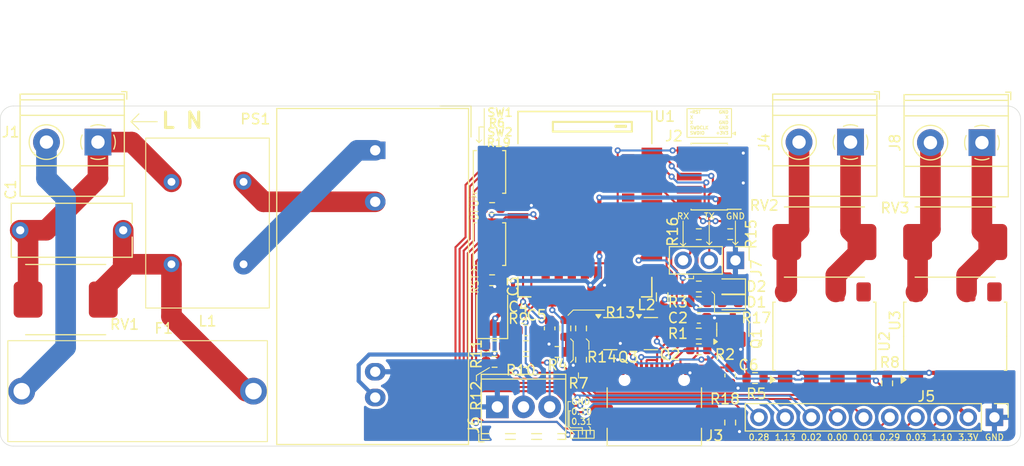
<source format=kicad_pcb>
(kicad_pcb (version 20240108) (generator "pcbnew") (generator_version "8.0")
  (title_block (title "ZigShutter") (date "2024-05-19") (company "Nicola Corna <nicola@corna.info>") (comment 1 "Licensed under CERN-OHL-S v2 or any later version"))
  (layers (0 "F.Cu" signal) (31 "B.Cu" signal) (34 "B.Paste" user) (35 "F.Paste" user) (36 "B.SilkS" user "B.Silkscreen") (37 "F.SilkS" user "F.Silkscreen") (38 "B.Mask" user) (39 "F.Mask" user) (44 "Edge.Cuts" user))
  (net 0 "")
  (net 1 "VBUS")
  (net 2 "GND")
  (net 3 "+3V3")
  (net 4 "IN1")
  (net 5 "IN2")
  (net 6 "Net-(J6-Pin_3)")
  (net 7 "Net-(J6-Pin_2)")
  (net 8 "Net-(J8-Pin_1)")
  (net 9 "Net-(J8-Pin_2)")
  (net 10 "SWDIO")
  (net 12 "SWDCLK")
  (net 14 "~RESET")
  (net 17 "D-")
  (net 18 "D+")
  (net 20 "Net-(J3-CC2)")
  (net 21 "Net-(J3-CC1)")
  (net 22 "Net-(J4-Pin_2)")
  (net 23 "Net-(J4-Pin_1)")
  (net 24 "Net-(Q1-D)")
  (net 25 "GPIO7")
  (net 26 "GPIO2")
  (net 27 "Net-(Q2-D)")
  (net 28 "Net-(U1-DCCH)")
  (net 29 "Net-(R5-Pad2)")
  (net 30 "Net-(R8-Pad2)")
  (net 31 "OUT1")
  (net 32 "OUT2")
  (net 33 "GPIO1")
  (net 34 "GPIO0")
  (net 35 "GPIO3")
  (net 37 "GPIO4")
  (net 45 "GPIO5")
  (net 50 "GPIO6")
  (net 54 "/Output1/OUT")
  (net 55 "/Output2/OUT")
  (net 58 "Net-(J1-Pin_1)")
  (net 59 "Net-(C1-Pad1)")
  (net 60 "Net-(J1-Pin_2)")
  (net 61 "Net-(PS1-AC{slash}N)")
  (net 62 "Net-(PS1-AC{slash}L)")
  (net 63 "Net-(R6-Pad1)")
  (net 64 "SW1")
  (net 65 "Net-(D1-A)")
  (net 66 "Net-(J7-Pin_3)")
  (net 67 "Net-(J7-Pin_2)")
  (net 68 "TX")
  (net 69 "RX")
  (net 70 "LED1")
  (net 71 "LED2")
  (net 72 "Net-(D2-A)")
  (net 73 "Net-(J3-SHIELD)")
  (net 74 "Net-(R19-Pad1)")
  (footprint "Resistor_SMD:R_0603_1608Metric" (layer "F.Cu") (at 145.542 65.786)
    (property "Reference" "R4")
    (property "Value" "10k")
  )
  (footprint "LED_SMD:LED_0603_1608Metric" (layer "F.Cu") (at 162.306 59.436 180)
    (property "Reference" "D2")
    (property "Value" "LED")
  )
  (footprint "Button_Switch_SMD:SW_Push_SPST_NO_Alps_SKRK" (layer "F.Cu") (at 138.938 48.3108 -90)
    (property "Reference" "SW1")
    (property "Value" "SW_Push")
  )
  (footprint "Resistor_SMD:R_0603_1608Metric" (layer "F.Cu") (at 162.306 54.356 180)
    (property "Reference" "R15")
    (property "Value" "270")
  )
  (footprint "local_footprints:RV_3225" (layer "F.Cu") (at 97.79 60.706)
    (property "Reference" "RV1")
    (property "Value" "431")
  )
  (footprint "Resistor_SMD:R_0603_1608Metric" (layer "F.Cu") (at 159.258 59.436)
    (property "Reference" "R17")
    (property "Value" "270")
  )
  (footprint "Connector_PinHeader_1.27mm:PinHeader_2x05_P1.27mm_Vertical_SMD" (layer "F.Cu") (at 160.274 48.768 180)
    (property "Reference" "J2")
    (property "Value" "CONN_SWD")
  )
  (footprint "Resistor_SMD:R_0603_1608Metric" (layer "F.Cu") (at 147.828 66.548 90)
    (property "Reference" "R7")
    (property "Value" "10k")
  )
  (footprint "Capacitor_THT:C_Rect_L11.5mm_W5.0mm_P10.00mm_MKT" (layer "F.Cu") (at 103.378 53.975 180)
    (property "Reference" "C1")
    (property "Value" "100n")
  )
  (footprint "Resistor_SMD:R_0603_1608Metric" (layer "F.Cu") (at 139.433 65.2272 180)
    (property "Reference" "R11")
    (property "Value" "220k")
  )
  (footprint "TerminalBlock_Phoenix:TerminalBlock_Phoenix_MPT-0,5-3-2.54_1x03_P2.54mm_Horizontal" (layer "F.Cu") (at 139.7 71.12)
    (property "Reference" "J6")
    (property "Value" "CONN_IN")
  )
  (footprint "Resistor_SMD:R_0603_1608Metric" (layer "F.Cu") (at 147.828 63.5 -90)
    (property "Reference" "R14")
    (property "Value" "1k")
  )
  (footprint "Resistor_SMD:R_0603_1608Metric" (layer "F.Cu") (at 159.258 60.96)
    (property "Reference" "R3")
    (property "Value" "270")
  )
  (footprint "Connector_PinHeader_2.54mm:PinHeader_1x03_P2.54mm_Vertical" (layer "F.Cu") (at 162.814 56.896 -90)
    (property "Reference" "J7")
    (property "Value" "CONN_UART")
  )
  (footprint "TerminalBlock_Phoenix:TerminalBlock_Phoenix_MKDS-1,5-2_1x02_P5.00mm_Horizontal" (layer "F.Cu") (at 100.925 45.415 180)
    (property "Reference" "J1")
    (property "Value" "AC_IN")
  )
  (footprint "Resistor_SMD:R_0603_1608Metric" (layer "F.Cu") (at 142.481 65.2272)
    (property "Reference" "R9")
    (property "Value" "220k")
  )
  (footprint "Resistor_SMD:R_0603_1608Metric" (layer "F.Cu") (at 139.433 66.7512 180)
    (property "Reference" "R12")
    (property "Value" "220k")
  )
  (footprint "Package_SO:SSO-7-8_6.4x9.78mm_P2.54mm" (layer "F.Cu") (at 171.45 64.262 90)
    (property "Reference" "U2")
    (property "Value" "AQH3223A")
  )
  (footprint "Resistor_SMD:R_0603_1608Metric" (layer "F.Cu") (at 162.306 72.644 -90)
    (property "Reference" "R18")
    (property "Value" "220k")
  )
  (footprint "Resistor_SMD:R_0603_1608Metric" (layer "F.Cu") (at 177.546 68.834 90)
    (property "Reference" "R8")
    (property "Value" "100")
  )
  (footprint "Capacitor_SMD:C_0603_1608Metric" (layer "F.Cu") (at 159.258 62.484)
    (property "Reference" "C2")
    (property "Value" "4u7")
  )
  (footprint "Resistor_SMD:R_0603_1608Metric" (layer "F.Cu") (at 164.719 68.326)
    (property "Reference" "R5")
    (property "Value" "100")
  )
  (footprint "Capacitor_SMD:C_0603_1608Metric" (layer "F.Cu") (at 142.481 63.7032)
    (property "Reference" "C4")
    (property "Value" "100n")
  )
  (footprint "TerminalBlock_Phoenix:TerminalBlock_Phoenix_MKDS-1,5-2_1x02_P5.00mm_Horizontal" (layer "F.Cu") (at 186.745 45.466 180)
    (property "Reference" "J8")
    (property "Value" "CONN_OUT")
  )
  (footprint "local_footprints:RV_3225" (layer "F.Cu") (at 184.15 55.118 180)
    (property "Reference" "RV3")
    (property "Value" "431")
  )
  (footprint "Capacitor_SMD:C_0603_1608Metric" (layer "F.Cu") (at 162.306 68.072 -90)
    (property "Reference" "C6")
    (property "Value" "100n")
  )
  (footprint "Resistor_SMD:R_0603_1608Metric" (layer "F.Cu") (at 159.258 54.356 180)
    (property "Reference" "R16")
    (property "Value" "270")
  )
  (footprint "TerminalBlock_Phoenix:TerminalBlock_Phoenix_MKDS-1,5-2_1x02_P5.00mm_Horizontal" (layer "F.Cu") (at 173.99 45.415 180)
    (property "Reference" "J4")
    (property "Value" "CONN_OUT")
  )
  (footprint "Connector_PinHeader_2.54mm:PinHeader_1x10_P2.54mm_Vertical" (layer "F.Cu") (at 187.96 72.136 -90)
    (property "Reference" "J5")
    (property "Value" "CONN_GPIO")
  )
  (footprint "local_footprints:XFCN_PTF-77" (layer "F.Cu") (at 104.775 69.596 180)
    (property "Reference" "F1")
    (property "Value" "1A")
  )
  (footprint "Resistor_SMD:R_0603_1608Metric" (layer "F.Cu") (at 159.258 64.008 180)
    (property "Reference" "R1")
    (property "Value" "5k1")
  )
  (footprint "Resistor_SMD:R_0603_1608Metric" (layer "F.Cu") (at 146.304 63.5 -90)
    (property "Reference" "R13")
    (property "Value" "1k")
  )
  (footprint "Capacitor_SMD:C_0603_1608Metric" (layer "F.Cu") (at 144.78 63.5 -90)
    (property "Reference" "C5")
    (property "Value" "100n")
  )
  (footprint "local_footprints:RV_3225" (layer "F.Cu") (at 171.45 55.118 180)
    (property "Reference" "RV2")
    (property "Value" "431")
  )
  (footprint "Button_Switch_SMD:SW_Push_SPST_NO_Alps_SKRK" (layer "F.Cu") (at 138.938 55.3212 -90)
    (property "Reference" "SW2")
    (property "Value" "SW_Push")
  )
  (footprint "Package_TO_SOT_SMD:SOT-23" (layer "F.Cu") (at 154.6075 64.008)
    (property "Reference" "Q2")
    (property "Value" "2N7002")
  )
  (footprint "Package_TO_SOT_SMD:SOT-23" (layer "F.Cu") (at 162.56 63.627 90)
    (property "Reference" "Q1")
    (property "Value" "2N7002")
  )
  (footprint "LED_SMD:LED_0603_1608Metric" (layer "F.Cu") (at 162.306 60.96 180)
    (property "Reference" "D1")
    (property "Value" "LED")
  )
  (footprint "E73-2G4M08S1C:E73-2G4M08S1C" (layer "F.Cu") (at 148.2 53.37 180)
    (property "Reference" "U1")
    (property "Value" "E73-2G4M08S1C")
  )
  (footprint "Inductor_SMD:L_0805_2012Metric" (layer "F.Cu") (at 155.702 60.452 90)
    (property "Reference" "L2")
    (property "Value" "10uH")
  )
  (footprint "local_footprints:UU9.8" (layer "F.Cu") (at 111.562 53.276)
    (property "Reference" "L1")
    (property "Value" "10mH")
  )
  (footprint "Capacitor_Tantalum_SMD:CP_EIA-3528-21_Kemet-B" (layer "F.Cu") (at 139.192 62.0268 90)
    (property "Reference" "C3")
    (property "Value" "100u")
  )
  (footprint "Package_SO:SSO-7-8_6.4x9.78mm_P2.54mm" (layer "F.Cu") (at 184.15 64.262 90)
    (property "Reference" "U3")
    (property "Value" "AQH3223A")
  )
  (footprint "Converter_ACDC:Converter_ACDC_Hi-Link_HLK-2Mxx" (layer "F.Cu") (at 127.8425 46.2125 -90)
    (property "Reference" "PS1")
    (property "Value" "HLK-2M03")
  )
  (footprint "Resistor_SMD:R_0603_1608Metric" (layer "F.Cu") (at 142.481 66.7512)
    (property "Reference" "R10")
    (property "Value" "220k")
  )
  (footprint "Resistor_SMD:R_0603_1608Metric" (layer "F.Cu") (at 139.192 51.816)
    (property "Reference" "R6")
    (property "Value" "560")
  )
  (footprint "Resistor_SMD:R_0603_1608Metric" (layer "F.Cu") (at 139.192 58.8264)
    (property "Reference" "R19")
    (property "Value" "560")
  )
  (footprint "local_footprints:USB_C_Receptacle_XKB_U262_161N_4BSS73_T" (layer "F.Cu") (at 154.94 71.12)
    (property "Reference" "J3")
    (property "Value" "USB_C_Receptacle_USB2.0_16P")
  )
  (footprint "Resistor_SMD:R_0603_1608Metric" (layer "F.Cu") (at 159.258 65.532 180)
    (property "Reference" "R2")
    (property "Value" "5k1")
  )
  (footprint "Package_TO_SOT_SMD:SOT-23" (layer "F.Cu") (at 150.6705 64.008)
    (property "Reference" "Q3")
    (property "Value" "2N7002")
  )
  (gr_line (start 137.414 51.054) (end 137.414 50.546) (stroke (width 0.1)) (layer "F.SilkS"))
  (gr_line (start 157.48 55.245) (end 157.734 55.499) (stroke (width 0.1)) (layer "F.SilkS"))
  (gr_line (start 148.717 73.152) (end 148.59 73.025) (stroke (width 0.1)) (layer "F.SilkS"))
  (gr_line (start 162.814 53.086) (end 162.814 55.372) (stroke (width 0.1)) (layer "F.SilkS"))
  (gr_line (start 158.75 58.674) (end 158.75 58.42) (stroke (width 0.1)) (layer "F.SilkS"))
  (gr_line (start 160.782 61.976) (end 160.782 60.198) (stroke (width 0.1)) (layer "F.SilkS"))
  (gr_line (start 137.414 50.546) (end 137.668 50.8) (stroke (width 0.1)) (layer "F.SilkS"))
  (gr_line (start 157.988 55.245) (end 157.734 55.499) (stroke (width 0.1)) (layer "F.SilkS"))
  (gr_line (start 148.59 65.532) (end 148.59 64.77) (stroke (width 0.1)) (layer "F.SilkS"))
  (gr_rect (start 147.574 73.406) (end 148.336 74.168) (stroke (width 0.1)) (fill none) (layer "F.SilkS"))
  (gr_line (start 147.574 68.326) (end 147.574 67.818) (stroke (width 0.1)) (layer "F.SilkS"))
  (gr_line (start 138.938 65.786) (end 138.938 65.532) (stroke (width 0.1)) (layer "F.SilkS"))
  (gr_line (start 137.668 45.212) (end 137.922 45.466) (stroke (width 0.1)) (layer "F.SilkS"))
  (gr_line (start 137.668 68.58) (end 137.668 68.072) (stroke (width 0.1)) (layer "F.SilkS"))
  (gr_rect (start 158.115 42.164) (end 162.433 44.958) (stroke (width 0.1)) (fill none) (layer "F.SilkS"))
  (gr_line (start 146.812 70.612) (end 146.558 70.612) (stroke (width 0.1)) (layer "F.SilkS"))
  (gr_line (start 162.814 44.45) (end 162.814 44.704) (stroke (width 0.1)) (layer "F.SilkS"))
  (gr_line (start 138.43 43.942) (end 137.922 43.942) (stroke (width 0.1)) (layer "F.SilkS"))
  (gr_line (start 146.685 71.501) (end 146.685 73.025) (stroke (width 0.1)) (layer "F.SilkS"))
  (gr_line (start 147.066 61.722) (end 146.558 62.23) (stroke (width 0.1)) (layer "F.SilkS"))
  (gr_line (start 160.274 53.086) (end 160.274 55.372) (stroke (width 0.1)) (layer "F.SilkS"))
  (gr_rect (start 146.812 73.406) (end 147.574 74.168) (stroke (width 0.1)) (fill none) (layer "F.SilkS"))
  (gr_line (start 162.814 44.704) (end 162.56 44.577) (stroke (width 0.1)) (layer "F.SilkS"))
  (gr_line (start 104.14 43.434) (end 104.902 42.672) (stroke (width 0.1)) (layer "F.SilkS"))
  (gr_line (start 163.322 61.976) (end 160.782 61.976) (stroke (width 0.1)) (layer "F.SilkS"))
  (gr_line (start 137.414 50.546) (end 137.16 50.8) (stroke (width 0.1)) (layer "F.SilkS"))
  (gr_line (start 104.14 43.434) (end 104.902 44.196) (stroke (width 0.1)) (layer "F.SilkS"))
  (gr_line (start 160.528 55.118) (end 160.274 55.372) (stroke (width 0.1)) (layer "F.SilkS"))
  (gr_line (start 137.668 68.072) (end 138.938 67.31) (stroke (width 0.1)) (layer "F.SilkS"))
  (gr_line (start 162.814 55.372) (end 162.56 55.118) (stroke (width 0.1)) (layer "F.SilkS"))
  (gr_line (start 147.066 64.77) (end 146.812 64.516) (stroke (width 0.1)) (layer "F.SilkS"))
  (gr_line (start 148.717 73.787) (end 148.717 73.152) (stroke (width 0.1)) (layer "F.SilkS"))
  (gr_line (start 160.274 55.372) (end 160.02 55.118) (stroke (width 0.1)) (layer "F.SilkS"))
  (gr_line (start 138.43 65.786) (end 138.938 65.786) (stroke (width 0.1)) (layer "F.SilkS"))
  (gr_line (start 137.922 45.466) (end 137.668 45.212) (stroke (width 0.1)) (layer "F.SilkS"))
  (gr_line (start 138.43 42.164) (end 138.43 45.72) (stroke (width 0.1)) (layer "F.SilkS"))
  (gr_line (start 150.114 61.722) (end 147.066 61.722) (stroke (width 0.1)) (layer "F.SilkS"))
  (gr_line (start 162.56 44.577) (end 162.814 44.45) (stroke (width 0.1)) (layer "F.SilkS"))
  (gr_line (start 145.542 66.802) (end 145.542 66.3085) (stroke (width 0.1)) (layer "F.SilkS"))
  (gr_line (start 146.558 70.612) (end 146.558 73.152) (stroke (width 0.1)) (layer "F.SilkS"))
  (gr_line (start 138.176 45.212) (end 137.922 45.466) (stroke (width 0.1)) (layer "F.SilkS"))
  (gr_line (start 157.734 53.086) (end 157.734 55.499) (stroke (width 0.1)) (layer "F.SilkS"))
  (gr_line (start 137.414 57.658) (end 137.668 57.912) (stroke (width 0.1)) (layer "F.SilkS"))
  (gr_line (start 148.59 64.77) (end 148.336 64.516) (stroke (width 0.1)) (layer "F.SilkS"))
  (gr_line (start 157.734 58.674) (end 158.75 58.674) (stroke (width 0.1)) (layer "F.SilkS"))
  (gr_line (start 146.812 73.152) (end 147.955 73.152) (stroke (width 0.1)) (layer "F.SilkS"))
  (gr_line (start 162.814 55.372) (end 163.068 55.118) (stroke (width 0.1)) (layer "F.SilkS"))
  (gr_line (start 146.812 71.501) (end 146.685 71.501) (stroke (width 0.1)) (layer "F.SilkS"))
  (gr_line (start 160.782 60.198) (end 160.528 59.944) (stroke (width 0.1)) (layer "F.SilkS"))
  (gr_line (start 137.922 43.942) (end 137.922 45.466) (stroke (width 0.1)) (layer "F.SilkS"))
  (gr_line (start 146.558 73.152) (end 147.193 73.787) (stroke (width 0.1)) (layer "F.SilkS"))
  (gr_line (start 137.414 58.166) (end 137.414 57.658) (stroke (width 0.1)) (layer "F.SilkS"))
  (gr_line (start 106.68 43.434) (end 104.14 43.434) (stroke (width 0.1)) (layer "F.SilkS"))
  (gr_line (start 146.812 66.802) (end 147.066 66.548) (stroke (width 0.1)) (layer "F.SilkS"))
  (gr_line (start 137.414 57.658) (end 137.16 57.912) (stroke (width 0.1)) (layer "F.SilkS"))
  (gr_line (start 146.685 73.025) (end 146.812 73.152) (stroke (width 0.1)) (layer "F.SilkS"))
  (gr_rect (start 148.336 73.406) (end 149.098 74.168) (stroke (width 0.1)) (fill none) (layer "F.SilkS"))
  (gr_line (start 147.066 66.548) (end 147.066 64.77) (stroke (width 0.1)) (layer "F.SilkS"))
  (gr_line (start 147.955 73.152) (end 147.955 73.787) (stroke (width 0.1)) (layer "F.SilkS"))
  (gr_line (start 92.71 41.91) (end 189.23 41.91) (stroke (width 0.05)) (layer "Edge.Cuts"))
  (gr_line (start 190.5 43.18) (end 190.5 73.66) (stroke (width 0.05)) (layer "Edge.Cuts"))
  (gr_arc (start 190.5 73.66) (mid 190.128026 74.558026) (end 189.23 74.93) (stroke (width 0.05)) (layer "Edge.Cuts"))
  (gr_line (start 91.44 73.66) (end 91.44 43.18) (stroke (width 0.05)) (layer "Edge.Cuts"))
  (gr_arc (start 92.71 74.93) (mid 91.811974 74.558026) (end 91.44 73.66) (stroke (width 0.05)) (layer "Edge.Cuts"))
  (gr_arc (start 189.23 41.91) (mid 190.128026 42.281974) (end 190.5 43.18) (stroke (width 0.05)) (layer "Edge.Cuts"))
  (gr_arc (start 91.44 43.18) (mid 91.811974 42.281974) (end 92.71 41.91) (stroke (width 0.05)) (layer "Edge.Cuts"))
  (gr_line (start 189.23 74.93) (end 92.71 74.93) (stroke (width 0.05)) (layer "Edge.Cuts"))
  (gr_text "L N" (at 106.934 44.196 0) (layer "F.SilkS") (effects (font (size 1.5 1.5) (thickness 0.3) (bold yes)) (justify left bottom)))
  (gr_text "GND\n0.30\n0.31" (at 146.812 72.898 0) (layer "F.SilkS") (effects (font (size 0.6 0.6) (thickness 0.1)) (justify left bottom)))
  (gr_text "+3V3" (at 162.179 44.704 0) (layer "F.SilkS") (effects (font (size 0.3 0.3) (thickness 0.075)) (justify right bottom)))
  (gr_text "X" (at 162.179 43.18 0) (layer "F.SilkS") (effects (font (size 0.3 0.3) (thickness 0.075)) (justify right bottom)))
  (gr_text "X" (at 158.369 43.688 0) (layer "F.SilkS") (effects (font (size 0.3 0.3) (thickness 0.075)) (justify left bottom)))
  (gr_text "GND" (at 162.179 43.688 0) (layer "F.SilkS") (effects (font (size 0.3 0.3) (thickness 0.075)) (justify right bottom)))
  (gr_text "0.03" (at 180.34 74.422 0) (layer "F.SilkS") (effects (font (size 0.6 0.6) (thickness 0.1)) (justify bottom)))
  (gr_text "1.13" (at 167.64 74.422 0) (layer "F.SilkS") (effects (font (size 0.6 0.6) (thickness 0.1)) (justify bottom)))
  (gr_text "0.01" (at 175.26 74.422 0) (layer "F.SilkS") (effects (font (size 0.6 0.6) (thickness 0.1)) (justify bottom)))
  (gr_text "RST" (at 137.922 60.198 90) (layer "F.SilkS") (effects (font (size 0.7 0.7) (thickness 0.1)) (justify left bottom)))
  (gr_text "SWDCLK" (at 158.369 44.196 0) (layer "F.SilkS") (effects (font (size 0.3 0.3) (thickness 0.075)) (justify left bottom)))
  (gr_text "DFU" (at 137.922 53.086 90) (layer "F.SilkS") (effects (font (size 0.7 0.7) (thickness 0.1)) (justify left bottom)))
  (gr_text "SWDIO" (at 158.369 44.704 0) (layer "F.SilkS") (effects (font (size 0.3 0.3) (thickness 0.075)) (justify left bottom)))
  (gr_text "GND" (at 162.179 42.672 0) (layer "F.SilkS") (effects (font (size 0.3 0.3) (thickness 0.075)) (justify right bottom)))
  (gr_text "1.10" (at 182.88 74.422 0) (layer "F.SilkS") (effects (font (size 0.6 0.6) (thickness 0.1)) (justify bottom)))
  (gr_text "TX" (at 160.274 52.959 0) (layer "F.SilkS") (effects (font (size 0.6 0.6) (thickness 0.1)) (justify bottom)))
  (gr_text "3.3V" (at 185.42 74.422 0) (layer "F.SilkS") (effects (font (size 0.6 0.6) (thickness 0.1)) (justify bottom)))
  (gr_text "0.29" (at 177.8 74.422 0) (layer "F.SilkS") (effects (font (size 0.6 0.6) (thickness 0.1)) (justify bottom)))
  (gr_text "0.02" (at 170.18 74.422 0) (layer "F.SilkS") (effects (font (size 0.6 0.6) (thickness 0.1)) (justify bottom)))
  (gr_text "X" (at 158.369 43.18 0) (layer "F.SilkS") (effects (font (size 0.3 0.3) (thickness 0.075)) (justify left bottom)))
  (gr_text "GND" (at 187.96 74.422 0) (layer "F.SilkS") (effects (font (size 0.6 0.6) (thickness 0.1)) (justify bottom)))
  (gr_text "0.00" (at 172.72 74.422 0) (layer "F.SilkS") (effects (font (size 0.6 0.6) (thickness 0.1)) (justify bottom)))
  (gr_text "0.28" (at 165.1 74.422 0) (layer "F.SilkS") (effects (font (size 0.6 0.6) (thickness 0.1)) (justify bottom)))
  (gr_text "RX" (at 157.734 52.959 0) (layer "F.SilkS") (effects (font (size 0.6 0.6) (thickness 0.1)) (justify bottom)))
  (gr_text "GND" (at 162.179 44.196 0) (layer "F.SilkS") (effects (font (size 0.3 0.3) (thickness 0.075)) (justify right bottom)))
  (gr_text "GND" (at 162.814 52.959 0) (layer "F.SilkS") (effects (font (size 0.6 0.6) (thickness 0.1)) (justify bottom)))
  (gr_text "~RST" (at 158.369 42.672 0) (layer "F.SilkS") (effects (font (size 0.3 0.3) (thickness 0.075)) (justify left bottom)))
  (segment (start 158.483 62.282502) (end 158.483 62.484) (width 0.2) (layer "F.Cu") (net 1))
  (segment (start 158.637648 66.515) (end 157.48 66.515) (width 0.2) (layer "F.Cu") (net 1))
  (segment (start 157.19 68.275) (end 157.19 67.45) (width 0.2) (layer "F.Cu") (net 1))
  (segment (start 157.673 61.472502) (end 158.483 62.282502) (width 0.2) (layer "F.Cu") (net 1))
  (segment (start 158.483 62.484) (end 159.133 63.134) (width 0.2) (layer "F.Cu") (net 1))
  (segment (start 152.69 68.275) (end 153.293 68.878) (width 0.2) (layer "F.Cu") (net 1))
  (segment (start 152.69 67.45) (end 152.69 68.275) (width 0.2) (layer "F.Cu") (net 1))
  (segment (start 157.48 66.515) (end 157.48 67.45) (width 0.2) (layer "F.Cu") (net 1))
  (segment (start 159.133 66.019648) (end 158.637648 66.515) (width 0.2) (layer "F.Cu") (net 1))
  (segment (start 159.133 63.134) (end 159.133 66.019648) (width 0.2) (layer "F.Cu") (net 1))
  (segment (start 153.797 56.515) (end 153.416 56.896) (width 0.2) (layer "F.Cu") (net 1))
  (segment (start 154.7 56.515) (end 153.797 56.515) (width 0.2) (layer "F.Cu") (net 1))
  (segment (start 156.587 68.878) (end 157.19 68.275) (width 0.2) (layer "F.Cu") (net 1))
  (segment (start 153.293 68.878) (end 156.587 68.878) (width 0.2) (layer "F.Cu") (net 1))
  (segment (start 157.71198 58.602561) (end 157.71198 58.689177) (width 0.2) (layer "F.Cu") (net 1))
  (segment (start 157.673 58.728157) (end 157.673 61.472502) (width 0.2) (layer "F.Cu") (net 1))
  (segment (start 157.71198 58.689177) (end 157.673 58.728157) (width 0.2) (layer "F.Cu") (net 1))
  (via (at 157.71198 58.602561) (size 0.6) (drill 0.3) (layers "F.Cu" "B.Cu") (net 1))
  (via (at 153.416 56.896) (size 0.6) (drill 0.3) (layers "F.Cu" "B.Cu") (net 1))
  (segment (start 156.005419 56.896) (end 153.416 56.896) (width 0.2) (layer "B.Cu") (net 1))
  (segment (start 157.71198 58.602561) (end 156.005419 56.896) (width 0.2) (layer "B.Cu") (net 1))
  (segment (start 151.59 66.754) (end 151.59 67.45) (width 0.2) (layer "F.Cu") (net 2))
  (segment (start 163.51 65.344) (end 163.322 65.532) (width 0.2) (layer "F.Cu") (net 2))
  (segment (start 163.576 49.382) (end 162.962 48.768) (width 0.4) (layer "F.Cu") (net 2))
  (segment (start 150.105 59.309) (end 150.105 60.385) (width 0.2) (layer "F.Cu") (net 2))
  (segment (start 160.083 62.534) (end 160.033 62.484) (width 0.2) (layer "F.Cu") (net 2))
  (segment (start 158.29 67.45) (end 158.29 67.428334) (width 0.2) (layer "F.Cu") (net 2))
  (segment (start 163.207466 73.520534) (end 163.155932 73.469) (width 0.2) (layer "F.Cu") (net 2))
  (segment (start 163.51 64.5645) (end 163.51 65.344) (width 0.2) (layer "F.Cu") (net 2))
  (segment (start 162.224 46.228) (end 163.276 46.228) (width 0.2) (layer "F.Cu") (net 2))
  (segment (start 158.29 67.708) (end 158.4 67.818) (width 0.2) (layer "F.Cu") (net 2))
  (segment (start 147.828 67.373) (end 147.358337 67.373) (width 0.4) (layer "F.Cu") (net 2))
  (segment (start 139.446 59.3974) (end 140.017 58.8264) (width 0.4) (layer "F.Cu") (net 2))
  (segment (start 144.2082 63.7032) (end 144.78 64.275) (width 0.4) (layer "F.Cu") (net 2))
  (segment (start 151.638 64.958) (end 149.733 64.958) (width 0.4) (layer "F.Cu") (net 2))
  (segment (start 160.083 65.532) (end 160.083 64.008) (width 0.2) (layer "F.Cu") (net 2))
  (segment (start 142.875 51.435) (end 143.002 51.562) (width 0.4) (layer "F.Cu") (net 2))
  (segment (start 160.083 65.635334) (end 160.083 65.532) (width 0.2) (layer "F.Cu") (net 2))
  (segment (start 144.717 64.338) (end 144.78 64.275) (width 0.4) (layer "F.Cu") (net 2))
  (segment (start 151.638 64.958) (end 153.67 64.958) (width 0.4) (layer "F.Cu") (net 2))
  (segment (start 162.224 50.038) (end 162.92 50.038) (width 0.4) (layer "F.Cu") (net 2))
  (segment (start 158.29 67.45) (end 158.29 67.708) (width 0.2) (layer "F.Cu") (net 2))
  (segment (start 162.962 48.768) (end 162.224 48.768) (width 0.4) (layer "F.Cu") (net 2))
  (segment (start 163.155932 73.469) (end 162.306 73.469) (width 0.2) (layer "F.Cu") (net 2))
  (segment (start 162.306 68.847) (end 162.617 68.847) (width 0.4) (layer "F.Cu") (net 2))
  (segment (start 162.92 50.038) (end 163.576 49.382) (width 0.4) (layer "F.Cu") (net 2))
  (segment (start 163.322 46.228) (end 163.576 46.482) (width 0.2) (layer "F.Cu") (net 2))
  (segment (start 139.192 59.69) (end 139.446 59.436) (width 0.4) (layer "F.Cu") (net 2))
  (segment (start 160.083 64.008) (end 160.083 62.534) (width 0.2) (layer "F.Cu") (net 2))
  (segment (start 144.717 65.786) (end 144.717 64.338) (width 0.4) (layer "F.Cu") (net 2))
  (segment (start 162.617 68.847) (end 163.068 69.298) (width 0.4) (layer "F.Cu") (net 2))
  (segment (start 143.256 63.7032) (end 144.2082 63.7032) (width 0.4) (layer "F.Cu") (net 2))
  (segment (start 139.446 59.436) (end 139.446 59.3974) (width 0.4) (layer "F.Cu") (net 2))
  (segment (start 141.7 51.435) (end 140.398 51.435) (width 0.4) (layer "F.Cu") (net 2))
  (segment (start 140.398 51.435) (end 140.017 51.816) (width 0.4) (layer "F.Cu") (net 2))
  (segment (start 162.224 46.228) (end 163.322 46.228) (width 0.2) (layer "F.Cu") (net 2))
  (segment (start 139.192 60.4893) (end 139.192 59.69) (width 0.4) (layer "F.Cu") (net 2))
  (segment (start 147.358337 67.373) (end 147.068337 67.083) (width 0.4) (layer "F.Cu") (net 2))
  (segment (start 151.384 66.548) (end 151.59 66.754) (width 0.2) (layer "F.Cu") (net 2))
  (segment (start 141.7 51.435) (end 142.875 51.435) (width 0.4) (layer "F.Cu") (net 2))
  (segment (start 160.033 62.484) (end 160.782 62.484) (width 0.2) (layer "F.Cu") (net 2))
  (via (at 147.068337 67.083) (size 0.6) (drill 0.3) (layers "F.Cu" "B.Cu") (net 2))
  (via (at 144.717 65.024) (size 0.6) (drill 0.3) (layers "F.Cu" "B.Cu") (net 2))
  (via (at 160.782 62.484) (size 0.6) (drill 0.3) (layers "F.Cu" "B.Cu") (net 2))
  (via (at 139.446 59.436) (size 0.6) (drill 0.3) (layers "F.Cu" "B.Cu") (net 2))
  (via (at 150.105 59.309) (size 0.6) (drill 0.3) (layers "F.Cu" "B.Cu") (net 2))
  (via (at 158.4 67.818) (size 0.6) (drill 0.3) (layers "F.Cu" "B.Cu") (net 2))
  (via (at 143.002 51.562) (size 0.6) (drill 0.3) (layers "F.Cu" "B.Cu") (net 2))
  (via (at 163.576 49.382) (size 0.6) (drill 0.3) (layers "F.Cu" "B.Cu") (net 2))
  (via (at 163.068 69.298) (size 0.6) (drill 0.3) (layers "F.Cu" "B.Cu") (net 2))
  (via (at 163.207466 73.520534) (size 0.6) (drill 0.3) (layers "F.Cu" "B.Cu") (net 2))
  (via (at 163.322 65.532) (size 0.6) (drill 0.3) (layers "F.Cu" "B.Cu") (net 2))
  (via (at 151.638 64.958) (size 0.6) (drill 0.3) (layers "F.Cu" "B.Cu") (net 2))
  (via (at 163.576 46.482) (size 0.6) (drill 0.3) (layers "F.Cu" "B.Cu") (net 2))
  (via (at 151.384 66.548) (size 0.6) (drill 0.3) (layers "F.Cu" "B.Cu") (net 2))
  (segment (start 128.4775 67.7125) (end 128.5025 67.7125) (width 0.4) (layer "B.Cu") (net 2))
  (segment (start 128.4775 67.7125) (end 128.535003 67.654997) (width 0.4) (layer "B.Cu") (net 2))
  (segment (start 151.375 61.967) (end 151.384 61.976) (width 0.4) (layer "F.Cu") (net 3))
  (segment (start 148.835 60.385) (end 148.835 61.785) (width 0.4) (layer "F.Cu") (net 3))
  (segment (start 155.2405 61.976) (end 155.702 61.5145) (width 0.4) (layer "F.Cu") (net 3))
  (segment (start 155.702 61.5145) (end 155.702 60.96) (width 0.4) (layer "F.Cu") (net 3))
  (segment (start 141.224 60.809) (end 139.4975 62.5355) (width 0.4) (layer "F.Cu") (net 3))
  (segment (start 185.42 72.136) (end 182.88 69.596) (width 0.4) (layer "F.Cu") (net 3))
  (segment (start 139.4975 62.5355) (end 139.192 62.841) (width 0.4) (layer "F.Cu") (net 3))
  (segment (start 182.88 69.596) (end 182.88 68.562) (width 0.4) (layer "F.Cu") (net 3))
  (segment (start 159.004 61.468) (end 158.496 60.96) (width 0.4) (layer "F.Cu") (net 3))
  (segment (start 169.436 67.818) (end 170.18 68.562) (width 0.4) (layer "F.Cu") (net 3))
  (segment (start 158.496 60.96) (end 158.433 60.96) (width 0.4) (layer "F.Cu") (net 3))
  (segment (start 149.606 56.515) (end 149.606 50.8) (width 0.4) (layer "F.Cu") (net 3))
  (segment (start 158.433 59.436) (end 158.433 60.96) (width 0.4) (layer "F.Cu") (net 3))
  (segment (start 155.702 60.96) (end 155.956 60.706) (width 0.4) (layer "F.Cu") (net 3))
  (segment (start 148.739048 60.289048) (end 148.835 60.385) (width 0.4) (layer "F.Cu") (net 3))
  (segment (start 181.61 67.818) (end 182.136 67.818) (width 0.4) (layer "F.Cu") (net 3))
  (segment (start 149.026 61.976) (end 151.184 61.976) (width 0.4) (layer "F.Cu") (net 3))
  (segment (start 141.224 58.885668) (end 141.224 60.809) (width 0.4) (layer "F.Cu") (net 3))
  (segment (start 139.192 62.841) (end 139.192 63.5643) (width 0.4) (layer "F.Cu") (net 3))
  (segment (start 140.258 66.7512) (end 141.656 66.7512) (width 0.4) (layer "F.Cu") (net 3))
  (segment (start 140.258 66.7512) (end 140.249413 66.7512) (width 0.4) (layer "F.Cu") (net 3))
  (segment (start 140.249413 66.7512) (end 139.433 65.934787) (width 0.4) (layer "F.Cu") (net 3))
  (segment (start 148.739048 59.309) (end 148.739048 60.289048) (width 0.4) (layer "F.Cu") (net 3))
  (segment (start 151.375 60.385) (end 151.375 61.967) (width 0.4) (layer "F.Cu") (net 3))
  (segment (start 160.883626 50.950122) (end 161.866122 50.950122) (width 0.4) (layer "F.Cu") (net 3))
  (segment (start 162.306 51.226) (end 162.224 51.308) (width 0.4) (layer "F.Cu") (net 3))
  (segment (start 151.184 61.976) (end 151.384 61.976) (width 0.4) (layer "F.Cu") (net 3))
  (segment (start 148.835 61.785) (end 149.026 61.976) (width 0.4) (layer "F.Cu") (net 3))
  (segment (start 182.136 67.818) (end 182.88 68.562) (width 0.4) (layer "F.Cu") (net 3))
  (segment (start 151.384 61.976) (end 155.2405 61.976) (width 0.4) (layer "F.Cu") (net 3))
  (segment (start 168.91 67.818) (end 169.436 67.818) (width 0.4) (layer "F.Cu") (net 3))
  (segment (start 161.866122 50.950122) (end 162.224 51.308) (width 0.4) (layer "F.Cu") (net 3))
  (via (at 155.956 60.706) (size 0.6) (drill 0.3) (layers "F.Cu" "B.Cu") (net 3))
  (via (at 139.4975 62.5355) (size 0.6) (drill 0.3) (layers "F.Cu" "B.Cu") (net 3))
  (via (at 139.433 65.934787) (size 0.6) (drill 0.3) (layers "F.Cu" "B.Cu") (net 3))
  (via (at 148.739048 59.309) (size 0.6) (drill 0.3) (layers "F.Cu" "B.Cu") (net 3))
  (via (at 141.224 58.885668) (size 0.6) (drill 0.3) (layers "F.Cu" "B.Cu") (net 3))
  (via (at 168.91 67.818) (size 0.6) (drill 0.3) (layers "F.Cu" "B.Cu") (net 3))
  (via (at 181.61 67.818) (size 0.6) (drill 0.3) (layers "F.Cu" "B.Cu") (net 3))
  (via (at 160.883626 50.950122) (size 0.6) (drill 0.3) (layers "F.Cu" "B.Cu") (net 3))
  (via (at 149.606 50.8) (size 0.6) (drill 0.3) (layers "F.Cu" "B.Cu") (net 3))
  (via (at 149.606 56.515) (size 0.6) (drill 0.3) (layers "F.Cu" "B.Cu") (net 3))
  (via (at 159.004 61.468) (size 0.6) (drill 0.3) (layers "F.Cu" "B.Cu") (net 3))
  (segment (start 127.254 66.04) (end 126.238 67.056) (width 0.4) (layer "B.Cu") (net 3))
  (segment (start 159.258 61.722) (end 159.004 61.468) (width 0.4) (layer "B.Cu") (net 3))
  (segment (start 160.733504 50.8) (end 160.883626 50.950122) (width 0.4) (layer "B.Cu") (net 3))
  (segment (start 135.128 66.04) (end 127.254 66.04) (width 0.4) (layer "B.Cu") (net 3))
  (segment (start 148.315716 58.885668) (end 148.739048 59.309) (width 0.4) (layer "B.Cu") (net 3))
  (segment (start 126.238 67.056) (end 126.238 68.608) (width 0.4) (layer "B.Cu") (net 3))
  (segment (start 168.91 67.818) (end 164.338 67.818) (width 0.4) (layer "B.Cu") (net 3))
  (segment (start 149.606 50.8) (end 160.733504 50.8) (width 0.4) (layer "B.Cu") (net 3))
  (segment (start 126.238 68.608) (end 127.8425 70.2125) (width 0.4) (layer "B.Cu") (net 3))
  (segment (start 164.338 67.818) (end 164.084 67.564) (width 0.4) (layer "B.Cu") (net 3))
  (segment (start 139.327787 66.04) (end 139.433 65.934787) (width 0.4) (layer "B.Cu") (net 3))
  (segment (start 164.084 61.976) (end 163.83 61.722) (width 0.4) (layer "B.Cu") (net 3))
  (segment (start 149.606 56.515) (end 149.606 58.442048) (width 0.4) (layer "B.Cu") (net 3))
  (segment (start 139.433 65.934787) (end 139.433 62.6) (width 0.4) (layer "B.Cu") (net 3))
  (segment (start 135.128 66.04) (end 139.327787 66.04) (width 0.4) (layer "B.Cu") (net 3))
  (segment (start 141.224 58.885668) (end 148.315716 58.885668) (width 0.4) (layer "B.Cu") (net 3))
  (segment (start 155.956 60.706) (end 158.242 60.706) (width 0.4) (layer "B.Cu") (net 3))
  (segment (start 158.242 60.706) (end 159.004 61.468) (width 0.4) (layer "B.Cu") (net 3))
  (segment (start 164.084 67.564) (end 164.084 61.976) (width 0.4) (layer "B.Cu") (net 3))
  (segment (start 163.83 61.722) (end 159.258 61.722) (width 0.4) (layer "B.Cu") (net 3))
  (segment (start 168.91 67.818) (end 181.61 67.818) (width 0.4) (layer "B.Cu") (net 3))
  (segment (start 149.606 58.442048) (end 148.739048 59.309) (width 0.4) (layer "B.Cu") (net 3))
  (segment (start 139.433 62.6) (end 139.4975 62.5355) (width 0.4) (layer "B.Cu") (net 3))
  (segment (start 141.656 63.55) (end 141.706 63.5) (width 0.2) (layer "F.Cu") (net 4))
  (segment (start 143 60.962) (end 143 57.215) (width 0.2) (layer "F.Cu") (net 4))
  (segment (start 142.3 56.515) (end 141.7 56.515) (width 0.2) (layer "F.Cu") (net 4))
  (segment (start 141.706 63.5) (end 141.706 62.256) (width 0.2) (layer "F.Cu") (net 4))
  (segment (start 143 57.215) (end 142.3 56.515) (width 0.2) (layer "F.Cu") (net 4))
  (segment (start 141.656 65.024) (end 141.656 63.55) (width 0.2) (layer "F.Cu") (net 4))
  (segment (start 141.706 62.256) (end 143 60.962) (width 0.2) (layer "F.Cu") (net 4))
  (segment (start 142.196735 58.281735) (end 141.7 57.785) (width 0.2) (layer "F.Cu") (net 5))
  (segment (start 140.258 65.2272) (end 140.814157 64.671043) (width 0.2) (layer "F.Cu") (net 5))
  (segment (start 142.196735 60.916735) (end 142.196735 58.281735) (width 0.2) (layer "F.Cu") (net 5))
  (segment (start 140.814157 64.671043) (end 140.814157 62.299313) (width 0.2) (layer "F.Cu") (net 5))
  (segment (start 140.814157 62.299313) (end 142.196735 60.916735) (width 0.2) (layer "F.Cu") (net 5))
  (segment (start 142.196735 60.916735) (end 142.15347 60.96) (width 0.2) (layer "F.Cu") (net 5))
  (segment (start 144.005 62.725) (end 144.78 62.725) (width 0.2) (layer "F.Cu") (net 5))
  (via (at 142.196735 60.916735) (size 0.6) (drill 0.3) (layers "F.Cu" "B.Cu") (net 5))
  (via (at 144.005 62.725) (size 0.6) (drill 0.3) (layers "F.Cu" "B.Cu") (net 5))
  (segment (start 144.005 62.725) (end 142.196735 60.916735) (width 0.2) (layer "B.Cu") (net 5))
  (segment (start 143.3758 66.821) (end 143.306 66.7512) (width 0.2) (layer "F.Cu") (net 6))
  (segment (start 143.306 65.024) (end 143.306 66.548) (width 0.2) (layer "F.Cu") (net 6))
  (segment (start 143.56 66.802) (end 143.306 66.548) (width 0.2) (layer "F.Cu") (net 6))
  (segment (start 144.526 66.821) (end 143.3758 66.821) (width 0.2) (layer "F.Cu") (net 6))
  (via (at 144.526 66.821) (size 0.6) (drill 0.3) (layers "F.Cu" "B.Cu") (net 6))
  (segment (start 144.78 67.075) (end 144.78 71.12) (width 0.2) (layer "B.Cu") (net 6))
  (segment (start 144.526 66.821) (end 144.78 67.075) (width 0.2) (layer "B.Cu") (net 6))
  (segment (start 141.478 67.796) (end 139.6528 67.796) (width 0.2) (layer "F.Cu") (net 7))
  (segment (start 139.6528 67.796) (end 138.608 66.7512) (width 0.2) (layer "F.Cu") (net 7))
  (segment (start 138.608 65.2272) (end 138.608 66.7512) (width 0.2) (layer "F.Cu") (net 7))
  (via (at 141.478 67.796) (size 0.6) (drill 0.3) (layers "F.Cu" "B.Cu") (net 7))
  (segment (start 141.478 67.796) (end 142.24 68.558) (width 0.2) (layer "B.Cu") (net 7))
  (segment (start 142.24 68.558) (end 142.24 71.12) (width 0.2) (layer "B.Cu") (net 7))
  (segment (start 186.745 54.063) (end 186.745 45.466) (width 2) (layer "F.Cu") (net 8))
  (segment (start 187.8 55.118) (end 187.8 55.72) (width 2) (layer "F.Cu") (net 8))
  (segment (start 187.8 55.118) (end 188.12 55.438) (width 2) (layer "F.Cu") (net 8))
  (segment (start 187.8 55.118) (end 187.8 55.808092) (width 2) (layer "F.Cu") (net 8))
  (segment (start 187.8 55.808092) (end 185.26 58.348092) (width 2) (layer "F.Cu") (net 8))
  (segment (start 187.8 55.118) (end 186.745 54.063) (width 2) (layer "F.Cu") (net 8))
  (segment (start 185.26 58.348092) (end 185.26 59.962) (width 2) (layer "F.Cu") (net 8))
  (segment (start 180.5 59.802) (end 180.34 59.962) (width 2) (layer "F.Cu") (net 9))
  (segment (start 181.745 45.466) (end 181.745 53.873) (width 2) (layer "F.Cu") (net 9))
  (segment (start 180.5 55.118) (end 180.5 59.802) (width 2) (layer "F.Cu") (net 9))
  (segment (start 181.745 53.873) (end 180.5 55.118) (width 2) (layer "F.Cu") (net 9))
  (segment (start 158.324 51.308) (end 156.972 51.308) (width 0.2) (layer "F.Cu") (net 10))
  (segment (start 155.829 50.165) (end 154.7 50.165) (width 0.2) (layer "F.Cu") (net 10))
  (segment (start 156.972 51.308) (end 155.829 50.165) (width 0.2) (layer "F.Cu") (net 10))
  (segment (start 155.829 48.895) (end 154.7 48.895) (width 0.2) (layer "F.Cu") (net 12))
  (segment (start 158.324 50.038) (end 156.972 50.038) (width 0.2) (layer "F.Cu") (net 12))
  (segment (start 156.972 50.038) (end 155.829 48.895) (width 0.2) (layer "F.Cu") (net 12))
  (segment (start 139.156007 53.003193) (end 138.938 53.2212) (width 0.2) (layer "F.Cu") (net 14))
  (segment (start 151.384 57.175) (end 147.853 57.175) (width 0.2) (layer "F.Cu") (net 14))
  (segment (start 154.7 57.785) (end 153.289 57.785) (width 0.2) (layer "F.Cu") (net 14))
  (segment (start 139.156007 52.469456) (end 139.156007 53.003193) (width 0.2) (layer "F.Cu") (net 14))
  (segment (start 143.200002 52.522002) (end 143.200002 52.422003) (width 0.2) (layer "F.Cu") (net 14))
  (segment (start 154.7 57.785) (end 153.1725 57.785) (width 0.2) (layer "F.Cu") (net 14))
  (segment (start 151.384 46.228) (end 151.384 57.175) (width 0.2) (layer "F.Cu") (net 14))
  (segment (start 147.853 57.175) (end 143.200002 52.522002) (width 0.2) (layer "F.Cu") (net 14))
  (segment (start 152.5625 57.175) (end 151.384 57.175) (width 0.2) (layer "F.Cu") (net 14))
  (segment (start 156.718 46.228) (end 158.324 46.228) (width 0.2) (layer "F.Cu") (net 14))
  (segment (start 153.1725 57.785) (end 152.5625 57.175) (width 0.2) (layer "F.Cu") (net 14))
  (via (at 151.384 46.228) (size 0.6) (drill 0.3) (layers "F.Cu" "B.Cu") (net 14))
  (via (at 156.718 46.228) (size 0.6) (drill 0.3) (layers "F.Cu" "B.Cu") (net 14))
  (via (at 139.156007 52.469456) (size 0.6) (drill 0.3) (layers "F.Cu" "B.Cu") (net 14))
  (via (at 143.200002 52.422003) (size 0.6) (drill 0.3) (layers "F.Cu" "B.Cu") (net 14))
  (segment (start 151.384 46.228) (end 156.718 46.228) (width 0.2) (layer "B.Cu") (net 14))
  (segment (start 143.152549 52.469456) (end 143.200002 52.422003) (width 0.2) (layer "B.Cu") (net 14))
  (segment (start 143.152549 52.469456) (end 139.156007 52.469456) (width 0.2) (layer "B.Cu") (net 14))
  (segment (start 155.19 67.45) (end 155.19 66.587499) (width 0.2) (layer "F.Cu") (net 17))
  (segment (start 155.333603 55.245) (end 154.7 55.245) (width 0.2) (layer "F.Cu") (net 17))
  (segment (start 155.215 65.765) (end 156.662 64.318) (width 0.2) (layer "F.Cu") (net 17))
  (segment (start 155.215 66.562499) (end 155.215 65.765) (width 0.2) (layer "F.Cu") (net 17))
  (segment (start 156.662 64.318) (end 156.662 58.086714) (width 0.2) (layer "F.Cu") (net 17))
  (segment (start 155.14 66.575) (end 154.24 66.575) (width 0.2) (layer "F.Cu") (net 17))
  (segment (start 156.13402 56.045417) (end 155.333603 55.245) (width 0.2) (layer "F.Cu") (net 17))
  (segment (start 154.19 66.625) (end 154.19 67.45) (width 0.2) (layer "F.Cu") (net 17))
  (segment (start 154.24 66.575) (end 154.19 66.625) (width 0.2) (layer "F.Cu") (net 17))
  (segment (start 156.662 58.086714) (end 156.13402 57.558734) (width 0.2) (layer "F.Cu") (net 17))
  (segment (start 155.19 66.625) (end 155.14 66.575) (width 0.2) (layer "F.Cu") (net 17))
  (segment (start 155.19 66.587499) (end 155.215 66.562499) (width 0.2) (layer "F.Cu") (net 17))
  (segment (start 156.13402 57.558734) (end 156.13402 56.045417) (width 0.2) (layer "F.Cu") (net 17))
  (segment (start 155.19 67.45) (end 155.19 66.625) (width 0.2) (layer "F.Cu") (net 17))
  (segment (start 155.665 66.562499) (end 155.69 66.587499) (width 0.2) (layer "F.Cu") (net 18))
  (segment (start 155.3 53.975) (end 156 54.675) (width 0.2) (layer "F.Cu") (net 18))
  (segment (start 156 54.675) (end 156 55.275) (width 0.2) (layer "F.Cu") (net 18))
  (segment (start 156 55.275) (end 156.584 55.859) (width 0.2) (layer "F.Cu") (net 18))
  (segment (start 157.11198 64.47162) (end 155.665 65.9186) (width 0.2) (layer "F.Cu") (net 18))
  (segment (start 155.665 65.9186) (end 155.665 66.562499) (width 0.2) (layer "F.Cu") (net 18))
  (segment (start 155.64 68.325) (end 155.69 68.275) (width 0.2) (layer "F.Cu") (net 18))
  (segment (start 154.69 68.275) (end 154.74 68.325) (width 0.2) (layer "F.Cu") (net 18))
  (segment (start 154.69 67.45) (end 154.69 68.275) (width 0.2) (layer "F.Cu") (net 18))
  (segment (start 157.11198 57.900326) (end 157.11198 64.47162) (width 0.2) (layer "F.Cu") (net 18))
  (segment (start 154.74 68.325) (end 155.64 68.325) (width 0.2) (layer "F.Cu") (net 18))
  (segment (start 156.584 57.372346) (end 157.11198 57.900326) (width 0.2) (layer "F.Cu") (net 18))
  (segment (start 156.584 55.859) (end 156.584 57.372346) (width 0.2) (layer "F.Cu") (net 18))
  (segment (start 155.69 68.275) (end 155.69 67.45) (width 0.2) (layer "F.Cu") (net 18))
  (segment (start 154.7 53.975) (end 155.3 53.975) (width 0.2) (layer "F.Cu") (net 18))
  (segment (start 155.69 66.587499) (end 155.69 67.45) (width 0.2) (layer "F.Cu") (net 18))
  (segment (start 158.433 65.532) (end 157.897314 65.532) (width 0.2) (layer "F.Cu") (net 20))
  (segment (start 156.69 66.739314) (end 156.69 67.45) (width 0.2) (layer "F.Cu") (net 20))
  (segment (start 157.897314 65.532) (end 156.69 66.739314) (width 0.2) (layer "F.Cu") (net 20))
  (segment (start 153.67 66.294) (end 153.67 67.43) (width 0.2) (layer "F.Cu") (net 21))
  (segment (start 158.433 64.008) (end 158.433 64.126) (width 0.2) (layer "F.Cu") (net 21))
  (segment (start 153.67 67.43) (end 153.69 67.45) (width 0.2) (layer "F.Cu") (net 21))
  (segment (start 158.433 64.126) (end 156.265 66.294) (width 0.2) (layer "F.Cu") (net 21))
  (via (at 153.67 66.294) (size 0.6) (drill 0.3) (layers "F.Cu" "B.Cu") (net 21))
  (via (at 156.265 66.294) (size 0.6) (drill 0.3) (layers "F.Cu" "B.Cu") (net 21))
  (segment (start 156.265 66.294) (end 155.702 66.294) (width 0.2) (layer "B.Cu") (net 21))
  (segment (start 155.702 66.294) (end 153.67 66.294) (width 0.2) (layer "B.Cu") (net 21))
  (segment (start 167.8 55.118) (end 167.8 59.802) (width 2) (layer "F.Cu") (net 22))
  (segment (start 168.99 53.928) (end 167.8 55.118) (width 2) (layer "F.Cu") (net 22))
  (segment (start 168.99 45.466) (end 168.99 53.928) (width 2) (layer "F.Cu") (net 22))
  (segment (start 167.8 59.802) (end 167.64 59.962) (width 2) (layer "F.Cu") (net 22))
  (segment (start 175.1 55.118) (end 175.42 55.438) (width 2) (layer "F.Cu") (net 23))
  (segment (start 173.99 54.008) (end 173.99 45.466) (width 2) (layer "F.Cu") (net 23))
  (segment (start 172.56 58.348092) (end 172.56 59.962) (width 2) (layer "F.Cu") (net 23))
  (segment (start 175.1 55.118) (end 173.99 54.008) (width 2) (layer "F.Cu") (net 23))
  (segment (start 175.1 55.118) (end 175.1 55.808092) (width 2) (layer "F.Cu") (net 23))
  (segment (start 175.1 55.808092) (end 172.56 58.348092) (width 2) (layer "F.Cu") (net 23))
  (segment (start 163.894 68.326) (end 163.894 67.037381) (width 0.2) (layer "F.Cu") (net 24))
  (segment (start 162.56 62.6895) (end 162.56 65.703381) (width 0.2) (layer "F.Cu") (net 24))
  (segment (start 162.56 65.703381) (end 163.894 67.037381) (width 0.2) (layer "F.Cu") (net 24))
  (segment (start 140.4082 50.165) (end 139.954 49.7108) (width 0.2) (layer "F.Cu") (net 25))
  (segment (start 145.235898 69.596) (end 147.267898 71.628) (width 0.2) (layer "F.Cu") (net 25))
  (segment (start 136.436 67.856) (end 138.176 69.596) (width 0.2) (layer "F.Cu") (net 25))
  (segment (start 147.267898 71.628) (end 148.24 71.628) (width 0.2) (layer "F.Cu") (net 25))
  (segment (start 139.954 49.7108) (end 137.925352 49.7108) (width 0.2) (layer "F.Cu") (net 25))
  (segment (start 136.436 55.957372) (end 136.436 67.856) (width 0.2) (layer "F.Cu") (net 25))
  (segment (start 141.7 50.165) (end 140.4082 50.165) (width 0.2) (layer "F.Cu") (net 25))
  (segment (start 137.414 54.979372) (end 136.436 55.957372) (width 0.2) (layer "F.Cu") (net 25))
  (segment (start 137.414 50.222152) (end 137.414 53.34) (width 0.2) (layer "F.Cu") (net 25))
  (segment (start 137.925352 49.7108) (end 137.414 50.222152) (width 0.2) (layer "F.Cu") (net 25))
  (segment (start 137.414 53.34) (end 137.414 54.979372) (width 0.2) (layer "F.Cu") (net 25))
  (segment (start 138.176 69.596) (end 145.235898 69.596) (width 0.2) (layer "F.Cu") (net 25))
  (via (at 148.24 71.628) (size 0.6) (drill 0.3) (layers "F.Cu" "B.Cu") (net 25))
  (segment (start 148.24 71.628) (end 149.040554 70.827446) (width 0.2) (layer "B.Cu") (net 25))
  (segment (start 163.791446 70.827446) (end 165.1 72.136) (width 0.2) (layer "B.Cu") (net 25))
  (segment (start 149.040554 70.827446) (end 163.791446 70.827446) (width 0.2) (layer "B.Cu") (net 25))
  (segment (start 176.53 73.406) (end 164.592 73.406) (width 0.2) (layer "F.Cu") (net 26))
  (segment (start 137.636 67.162628) (end 137.636 60.181) (width 0.2) (layer "F.Cu") (net 26))
  (segment (start 162.706 70.758) (end 162.44 70.758) (width 0.2) (layer "F.Cu") (net 26))
  (segment (start 162.44 70.758) (end 162.294 70.612) (width 0.2) (layer "F.Cu") (net 26))
  (segment (start 137.638 57.008552) (end 139.401552 55.245) (width 0.2) (layer "F.Cu") (net 26))
  (segment (start 139.401552 55.245) (end 141.7 55.245) (width 0.2) (layer "F.Cu") (net 26))
  (segment (start 162.294 70.612) (end 148.88298 70.612) (width 0.2) (layer "F.Cu") (net 26))
  (segment (start 137.636 60.181) (end 137.638 60.179) (width 0.2) (layer "F.Cu") (net 26))
  (segment (start 177.8 72.136) (end 176.53 73.406) (width 0.2) (layer "F.Cu") (net 26))
  (segment (start 146.229783 68.396) (end 138.869372 68.396) (width 0.2) (layer "F.Cu") (net 26))
  (segment (start 148.88298 70.612) (end 147.61298 69.342) (width 0.2) (layer "F.Cu") (net 26))
  (segment (start 163.576 72.39) (end 163.576 71.628) (width 0.2) (layer "F.Cu") (net 26))
  (segment (start 138.869372 68.396) (end 137.636 67.162628) (width 0.2) (layer "F.Cu") (net 26))
  (segment (start 163.576 71.628) (end 162.706 70.758) (width 0.2) (layer "F.Cu") (net 26))
  (segment (start 164.592 73.406) (end 163.576 72.39) (width 0.2) (layer "F.Cu") (net 26))
  (segment (start 137.638 60.179) (end 137.638 57.008552) (width 0.2) (layer "F.Cu") (net 26))
  (segment (start 147.61298 69.342) (end 147.175784 69.342) (width 0.2) (layer "F.Cu") (net 26))
  (segment (start 147.175784 69.342) (end 146.229783 68.396) (width 0.2) (layer "F.Cu") (net 26))
  (segment (start 155.194 64.77) (end 155.194 64.359) (width 0.2) (layer "F.Cu") (net 27))
  (segment (start 177.546 69.659) (end 177.540999 69.659) (width 0.2) (layer "F.Cu") (net 27))
  (segment (start 177.540999 69.659) (end 176.459999 68.578) (width 0.2) (layer "F.Cu") (net 27))
  (segment (start 155.194 64.359) (end 155.545 64.008) (width 0.2) (layer "F.Cu") (net 27))
  (via (at 176.459999 68.578) (size 0.6) (drill 0.3) (layers "F.Cu" "B.Cu") (net 27))
  (via (at 155.194 64.77) (size 0.6) (drill 0.3) (layers "F.Cu" "B.Cu") (net 27))
  (segment (start 156.118 65.694) (end 160.274 65.694) (width 0.2) (layer "B.Cu") (net 27))
  (segment (start 169.283381 68.378) (end 176.259999 68.378) (width 0.2) (layer "B.Cu") (net 27))
  (segment (start 160.274 65.694) (end 162.958 68.378) (width 0.2) (layer "B.Cu") (net 27))
  (segment (start 168.536619 68.378) (end 168.636619 68.478) (width 0.2) (layer "B.Cu") (net 27))
  (segment (start 169.183381 68.478) (end 169.283381 68.378) (width 0.2) (layer "B.Cu") (net 27))
  (segment (start 155.194 64.77) (end 156.118 65.694) (width 0.2) (layer "B.Cu") (net 27))
  (segment (start 168.636619 68.478) (end 169.183381 68.478) (width 0.2) (layer "B.Cu") (net 27))
  (segment (start 176.259999 68.378) (end 176.459999 68.578) (width 0.2) (layer "B.Cu") (net 27))
  (segment (start 162.958 68.378) (end 168.536619 68.378) (width 0.2) (layer "B.Cu") (net 27))
  (segment (start 152.645 60.951) (end 152.645 60.385) (width 0.2) (layer "F.Cu") (net 28))
  (segment (start 155.702 59.3895) (end 152.9545 59.3895) (width 0.2) (layer "F.Cu") (net 28))
  (segment (start 152.645 59.699) (end 152.645 60.385) (width 0.2) (layer "F.Cu") (net 28))
  (segment (start 152.9545 59.3895) (end 152.645 59.699) (width 0.2) (layer "F.Cu") (net 28))
  (segment (start 167.404 68.326) (end 167.64 68.562) (width 0.2) (layer "F.Cu") (net 29))
  (segment (start 165.544 68.326) (end 167.404 68.326) (width 0.2) (layer "F.Cu") (net 29))
  (segment (start 177.546 68.009) (end 178.099 68.562) (width 0.2) (layer "F.Cu") (net 30))
  (segment (start 178.099 68.562) (end 180.34 68.562) (width 0.2) (layer "F.Cu") (net 30))
  (segment (start 146.304 60.394) (end 146.295 60.385) (width 0.2) (layer "F.Cu") (net 31))
  (segment (start 146.304 62.675) (end 146.304 60.394) (width 0.2) (layer "F.Cu") (net 31))
  (segment (start 147.565 62.412) (end 147.828 62.675) (width 0.2) (layer "F.Cu") (net 32))
  (segment (start 147.565 60.385) (end 147.565 62.412) (width 0.2) (layer "F.Cu") (net 32))
  (segment (start 146.123 73.225) (end 145.478 72.58) (width 0.2) (layer "F.Cu") (net 33))
  (segment (start 136.036 70.25) (end 136.036 55.791686) (width 0.2) (layer "F.Cu") (net 33))
  (segment (start 161.217 73.225) (end 146.123 73.225) (width 0.2) (layer "F.Cu") (net 33))
  (segment (start 137.014 49.733686) (end 137.852686 48.895) (width 0.2) (layer "F.Cu") (net 33))
  (segment (start 164.534314 73.914) (end 163.329314 72.709) (width 0.2) (layer "F.Cu") (net 33))
  (segment (start 137.852686 48.895) (end 141.7 48.895) (width 0.2) (layer "F.Cu") (net 33))
  (segment (start 145.478 72.58) (end 138.366 72.58) (width 0.2) (layer "F.Cu") (net 33))
  (segment (start 163.329314 72.709) (end 161.733 72.709) (width 0.2) (layer "F.Cu") (net 33))
  (segment (start 161.733 72.709) (end 161.217 73.225) (width 0.2) (layer "F.Cu") (net 33))
  (segment (start 137.014 54.813686) (end 137.014 49.733686) (width 0.2) (layer "F.Cu") (net 33))
  (segment (start 178.562 73.914) (end 164.534314 73.914) (width 0.2) (layer "F.Cu") (net 33))
  (segment (start 136.036 55.791686) (end 137.014 54.813686) (width 0.2) (layer "F.Cu") (net 33))
  (segment (start 138.366 72.58) (end 136.036 70.25) (width 0.2) (layer "F.Cu") (net 33))
  (segment (start 180.34 72.136) (end 178.562 73.914) (width 0.2) (layer "F.Cu") (net 33))
  (segment (start 141.7 47.625) (end 138.557 47.625) (width 0.2) (layer "F.Cu") (net 34))
  (segment (start 161.8025 74.33) (end 161.1325 73.66) (width 0.2) (layer "F.Cu") (net 34))
  (segment (start 135.636 55.626) (end 135.636 70.69853) (width 0.2) (layer "F.Cu") (net 34))
  (segment (start 180.686 74.33) (end 161.8025 74.33) (width 0.2) (layer "F.Cu") (net 34))
  (segment (start 136.614 54.648) (end 135.636 55.626) (width 0.2) (layer "F.Cu") (net 34))
  (segment (start 182.88 72.136) (end 180.686 74.33) (width 0.2) (layer "F.Cu") (net 34))
  (segment (start 138.557 47.625) (end 136.614 49.568) (width 0.2) (layer "F.Cu") (net 34))
  (segment (start 161.1325 73.66) (end 146.723 73.66) (width 0.2) (layer "F.Cu") (net 34))
  (segment (start 146.723 73.66) (end 146.558 73.825) (width 0.2) (layer "F.Cu") (net 34))
  (segment (start 136.614 49.568) (end 136.614 54.648) (width 0.2) (layer "F.Cu") (net 34))
  (segment (start 135.636 70.69853) (end 137.624735 72.687265) (width 0.2) (layer "F.Cu") (net 34))
  (via (at 146.558 73.825) (size 0.6) (drill 0.3) (layers "F.Cu" "B.Cu") (net 34))
  (via (at 137.624735 72.687265) (size 0.6) (drill 0.3) (layers "F.Cu" "B.Cu") (net 34))
  (segment (start 137.624735 72.687265) (end 137.732 72.58) (width 0.2) (layer "B.Cu") (net 34))
  (segment (start 146.558 73.66) (end 146.558 73.825) (width 0.2) (layer "B.Cu") (net 34))
  (segment (start 137.732 72.58) (end 145.478 72.58) (width 0.2) (layer "B.Cu") (net 34))
  (segment (start 145.478 72.58) (end 146.558 73.66) (width 0.2) (layer "B.Cu") (net 34))
  (segment (start 149.214352 69.812) (end 162.625372 69.812) (width 0.2) (layer "F.Cu") (net 35))
  (segment (start 147.507156 68.542) (end 147.944352 68.542) (width 0.2) (layer "F.Cu") (net 35))
  (segment (start 145.025 61.713) (end 145.034 61.722) (width 0.2) (layer "F.Cu") (net 35))
  (segment (start 162.771372 69.958) (end 173.082 69.958) (width 0.2) (layer "F.Cu") (net 35))
  (segment (start 147.944352 68.542) (end 149.214352 69.812) (width 0.2) (layer "F.Cu") (net 35))
  (segment (start 145.025 60.385) (end 145.025 61.713) (width 0.2) (layer "F.Cu") (net 35))
  (segment (start 162.625372 69.812) (end 162.771372 69.958) (width 0.2) (layer "F.Cu") (net 35))
  (segment (start 146.035578 67.070422) (end 147.507156 68.542) (width 0.2) (layer "F.Cu") (net 35))
  (segment (start 173.082 69.958) (end 175.26 72.136) (width 0.2) (layer "F.Cu") (net 35))
  (via (at 145.034 61.722) (size 0.6) (drill 0.3) (layers "F.Cu" "B.Cu") (net 35))
  (via (at 146.035578 67.070422) (size 0.6) (drill 0.3) (layers "F.Cu" "B.Cu") (net 35))
  (segment (start 146.035578 62.723578) (end 145.034 61.722) (width 0.2) (layer "B.Cu") (net 35))
  (segment (start 146.035578 67.070422) (end 146.035578 62.723578) (width 0.2) (layer "B.Cu") (net 35))
  (segment (start 147.778666 68.942) (end 149.048666 70.212) (width 0.2) (layer "F.Cu") (net 37))
  (segment (start 142.439998 62.930786) (end 142.4624 62.908384) (width 0.2) (layer "F.Cu") (net 37))
  (segment (start 143.388352 67.818) (end 146.21747 67.818) (width 0.2) (layer "F.Cu") (net 37))
  (segment (start 162.605686 70.358) (end 170.942 70.358) (width 0.2) (layer "F.Cu") (net 37))
  (segment (start 147.34147 68.942) (end 147.778666 68.942) (width 0.2) (layer "F.Cu") (net 37))
  (segment (start 149.048666 70.212) (end 162.459686 70.212) (width 0.2) (layer "F.Cu") (net 37))
  (segment (start 162.459686 70.212) (end 162.605686 70.358) (width 0.2) (layer "F.Cu") (net 37))
  (segment (start 143.755 60.772686) (end 143.755 60.385) (width 0.2) (layer "F.Cu") (net 37))
  (segment (start 170.942 70.358) (end 172.72 72.136) (width 0.2) (layer "F.Cu") (net 37))
  (segment (start 142.4624 62.065286) (end 143.755 60.772686) (width 0.2) (layer "F.Cu") (net 37))
  (segment (start 142.4624 62.908384) (end 142.4624 62.065286) (width 0.2) (layer "F.Cu") (net 37))
  (segment (start 146.21747 67.818) (end 147.34147 68.942) (width 0.2) (layer "F.Cu") (net 37))
  (via (at 143.388352 67.796) (size 0.6) (drill 0.3) (layers "F.Cu" "B.Cu") (net 37))
  (via (at 142.439998 62.930786) (size 0.6) (drill 0.3) (layers "F.Cu" "B.Cu") (net 37))
  (segment (start 142.439998 62.930786) (end 142.4571 62.947888) (width 0.2) (layer "B.Cu") (net 37))
  (segment (start 142.4571 62.947888) (end 142.4571 66.864748) (width 0.2) (layer "B.Cu") (net 37))
  (segment (start 142.4571 66.864748) (end 143.388352 67.796) (width 0.2) (layer "B.Cu") (net 37))
  (segment (start 142.439998 62.930786) (end 142.439998 62.72489) (width 0.2) (layer "B.Cu") (net 37))
  (segment (start 142.439998 62.72489) (end 142.4624 62.702488) (width 0.2) (layer "B.Cu") (net 37))
  (segment (start 140.462534 53.975) (end 141.7 53.975) (width 0.2) (layer "F.Cu") (net 45))
  (segment (start 140.116334 54.3212) (end 140.462534 53.975) (width 0.2) (layer "F.Cu") (net 45))
  (segment (start 137.236 67.328314) (end 137.236 56.369686) (width 0.2) (layer "F.Cu") (net 45))
  (segment (start 139.284486 54.3212) (end 140.116334 54.3212) (width 0.2) (layer "F.Cu") (net 45))
  (segment (start 138.703686 68.796) (end 137.236 67.328314) (width 0.2) (layer "F.Cu") (net 45))
  (segment (start 137.236 56.369686) (end 139.284486 54.3212) (width 0.2) (layer "F.Cu") (net 45))
  (segment (start 147.480955 70.212858) (end 146.064097 68.796) (width 0.2) (layer "F.Cu") (net 45))
  (segment (start 146.064097 68.796) (end 138.703686 68.796) (width 0.2) (layer "F.Cu") (net 45))
  (via (at 147.480955 70.212858) (size 0.6) (drill 0.3) (layers "F.Cu" "B.Cu") (net 45))
  (segment (start 147.480955 70.212858) (end 147.666367 70.027446) (width 0.2) (layer "B.Cu") (net 45))
  (segment (start 168.071446 70.027446) (end 170.18 72.136) (width 0.2) (layer "B.Cu") (net 45))
  (segment (start 147.666367 70.027446) (end 168.071446 70.027446) (width 0.2) (layer "B.Cu") (net 45))
  (segment (start 139.950648 53.9212) (end 139.1188 53.9212) (width 0.2) (layer "F.Cu") (net 50))
  (segment (start 136.836 56.204) (end 136.836 67.494) (width 0.2) (layer "F.Cu") (net 50))
  (segment (start 140.238 52.967) (end 140.238 53.633848) (width 0.2) (layer "F.Cu") (net 50))
  (segment (start 145.401584 69.196) (end 147.212242 71.006658) (width 0.2) (layer "F.Cu") (net 50))
  (segment (start 139.1188 53.9212) (end 136.836 56.204) (width 0.2) (layer "F.Cu") (net 50))
  (segment (start 140.5 52.705) (end 140.238 52.967) (width 0.2) (layer "F.Cu") (net 50))
  (segment (start 140.238 53.633848) (end 139.950648 53.9212) (width 0.2) (layer "F.Cu") (net 50))
  (segment (start 141.7 52.705) (end 140.5 52.705) (width 0.2) (layer "F.Cu") (net 50))
  (segment (start 138.538 69.196) (end 145.401584 69.196) (width 0.2) (layer "F.Cu") (net 50))
  (segment (start 147.212242 71.006658) (end 147.736077 71.006658) (width 0.2) (layer "F.Cu") (net 50))
  (segment (start 136.836 67.494) (end 138.538 69.196) (width 0.2) (layer "F.Cu") (net 50))
  (via (at 147.736077 71.006658) (size 0.6) (drill 0.3) (layers "F.Cu" "B.Cu") (net 50))
  (segment (start 148.315289 70.427446) (end 165.931446 70.427446) (width 0.2) (layer "B.Cu") (net 50))
  (segment (start 165.931446 70.427446) (end 167.64 72.136) (width 0.2) (layer "B.Cu") (net 50))
  (segment (start 147.736077 71.006658) (end 148.315289 70.427446) (width 0.2) (layer "B.Cu") (net 50))
  (segment (start 152.361997 65.786) (end 152.869997 66.294) (width 0.2) (layer "F.Cu") (net 54))
  (segment (start 146.367 65.786) (end 147.004 66.423) (width 0.2) (layer "F.Cu") (net 54))
  (segment (start 146.367 64.388) (end 146.304 64.325) (width 0.2) (layer "F.Cu") (net 54))
  (segment (start 160.386999 66.525) (end 161.61 65.301999) (width 0.2) (layer "F.Cu") (net 54))
  (segment (start 159.512 66.525) (end 160.386999 66.525) (width 0.2) (layer "F.Cu") (net 54))
  (segment (start 146.367 65.786) (end 146.367 64.388) (width 0.2) (layer "F.Cu") (net 54))
  (segment (start 147.021 63.608) (end 148.736 63.608) (width 0.2) (layer "F.Cu") (net 54))
  (segment (start 161.61 65.301999) (end 161.61 64.5645) (width 0.2) (layer "F.Cu") (net 54))
  (segment (start 148.315648 66.423) (end 148.952648 65.786) (width 0.2) (layer "F.Cu") (net 54))
  (segment (start 148.736 63.608) (end 149.286 63.058) (width 0.2) (layer "F.Cu") (net 54))
  (segment (start 147.004 66.423) (end 148.315648 66.423) (width 0.2) (layer "F.Cu") (net 54))
  (segment (start 148.952648 65.786) (end 152.361997 65.786) (width 0.2) (layer "F.Cu") (net 54))
  (segment (start 149.286 63.058) (end 149.733 63.058) (width 0.2) (layer "F.Cu") (net 54))
  (segment (start 146.304 64.325) (end 147.021 63.608) (width 0.2) (layer "F.Cu") (net 54))
  (via (at 152.869997 66.294) (size 0.6) (drill 0.3) (layers "F.Cu" "B.Cu") (net 54))
  (via (at 159.512 66.525) (size 0.6) (drill 0.3) (layers "F.Cu" "B.Cu") (net 54))
  (segment (start 152.869997 66.342526) (end 152.869997 66.294) (width 0.2) (layer "B.Cu") (net 54))
  (segment (start 156.513529 66.894) (end 153.421471 66.894) (width 0.2) (layer "B.Cu") (net 54))
  (segment (start 153.421471 66.894) (end 152.869997 66.342526) (width 0.2) (layer "B.Cu") (net 54))
  (segment (start 156.865 66.542529) (end 156.513529 66.894) (width 0.2) (layer "B.Cu") (net 54))
  (segment (start 159.512 66.525) (end 156.865 66.525) (width 0.2) (layer "B.Cu") (net 54))
  (segment (start 156.865 66.525) (end 156.865 66.542529) (width 0.2) (layer "B.Cu") (net 54))
  (segment (start 147.828 65.723) (end 147.828 64.325) (width 0.2) (layer "F.Cu") (net 55))
  (segment (start 153.096 63.058) (end 153.67 63.058) (width 0.2) (layer "F.Cu") (net 55))
  (segment (start 148.145 64.008) (end 147.828 64.325) (width 0.2) (layer "F.Cu") (net 55))
  (segment (start 152.146 64.008) (end 153.096 63.058) (width 0.2) (layer "F.Cu") (net 55))
  (segment (start 151.608 64.008) (end 152.146 64.008) (width 0.2) (layer "F.Cu") (net 55))
  (segment (start 151.608 64.008) (end 148.145 64.008) (width 0.2) (layer "F.Cu") (net 55))
  (segment (start 100.925 45.415) (end 104.201 45.415) (width 2) (layer "F.Cu") (net 58))
  (segment (start 94.14 60.706) (end 94.14 54.737) (width 2) (layer "F.Cu") (net 58))
  (segment (start 93.378 53.975) (end 95.885 53.975) (width 2) (layer "F.Cu") (net 58))
  (segment (start 104.201 45.415) (end 108.062 49.276) (width 2) (layer "F.Cu") (net 58))
  (segment (start 100.925 48.935) (end 100.925 45.415) (width 2) (layer "F.Cu") (net 58))
  (segment (start 94.14 54.737) (end 93.378 53.975) (width 2) (layer "F.Cu") (net 58))
  (segment (start 95.885 53.975) (end 100.925 48.935) (width 2) (layer "F.Cu") (net 58))
  (segment (start 116.025 69.596) (end 115.309 69.596) (width 2) (layer "F.Cu") (net 59))
  (segment (start 103.378 57.705) (end 101.44 59.643) (width 2) (layer "F.Cu") (net 59))
  (segment (start 103.378 57.15) (end 103.378 57.705) (width 2) (layer "F.Cu") (net 59))
  (segment (start 103.378 53.975) (end 103.378 57.15) (width 2) (layer "F.Cu") (net 59))
  (segment (start 101.44 59.643) (end 101.44 60.706) (width 2) (layer "F.Cu") (net 59))
  (segment (start 103.504 57.276) (end 103.378 57.15) (width 2) (layer "F.Cu") (net 59))
  (segment (start 108.062 57.276) (end 103.504 57.276) (width 2) (layer "F.Cu") (net 59))
  (segment (start 108.062 62.349) (end 108.062 57.276) (width 2) (layer "F.Cu") (net 59))
  (segment (start 115.309 69.596) (end 108.062 62.349) (width 2) (layer "F.Cu") (net 59))
  (segment (start 95.925 45.415) (end 95.925 48.935) (width 2) (layer "B.Cu") (net 60))
  (segment (start 95.925 48.935) (end 97.79 50.8) (width 2) (layer "B.Cu") (net 60))
  (segment (start 97.79 65.331) (end 93.525 69.596) (width 2) (layer "B.Cu") (net 60))
  (segment (start 97.79 50.8) (end 97.79 65.331) (width 2) (layer "B.Cu") (net 60))
  (segment (start 116.9985 51.2125) (end 127.8425 51.2125) (width 2) (layer "F.Cu") (net 61))
  (segment (start 115.062 49.276) (end 116.9985 51.2125) (width 2) (layer "F.Cu") (net 61))
  (segment (start 115.062 57.276) (end 126.1255 46.2125) (width 2) (layer "B.Cu") (net 62))
  (segment (start 126.1255 46.2125) (end 127.8425 46.2125) (width 2) (layer "B.Cu") (net 62))
  (segment (start 138.367 51.816) (end 138.367 50.9818) (width 0.2) (layer "F.Cu") (net 63))
  (segment (start 138.367 50.9818) (end 138.938 50.4108) (width 0.2) (layer "F.Cu") (net 63))
  (segment (start 141.7 46.355) (end 139.0822 46.355) (width 0.2) (layer "F.Cu") (net 64))
  (segment (start 139.0822 46.355) (end 138.938 46.2108) (width 0.2) (layer "F.Cu") (net 64))
  (segment (start 161.5185 60.96) (end 160.083 60.96) (width 0.2) (layer "F.Cu") (net 65))
  (segment (start 158.433 54.356) (end 158.433 56.197) (width 0.2) (layer "F.Cu") (net 66))
  (segment (start 158.433 56.197) (end 157.734 56.896) (width 0.2) (layer "F.Cu") (net 66))
  (segment (start 161.481 54.356) (end 161.481 54.419) (width 0.2) (layer "F.Cu") (net 67))
  (segment (start 161.481 54.419) (end 160.274 55.626) (width 0.2) (layer "F.Cu") (net 67))
  (segment (start 160.274 55.626) (end 160.274 56.896) (width 0.2) (layer "F.Cu") (net 67))
  (segment (start 155.43 46.355) (end 154.7 46.355) (width 0.2) (layer "F.Cu") (net 68))
  (segment (start 156.623998 47.752) (end 156.623998 47.548998) (width 0.2) (layer "F.Cu") (net 68))
  (segment (start 160.224 51.512) (end 160.782 52.07) (width 0.2) (layer "F.Cu") (net 68))
  (segment (start 163.131 52.895) (end 163.131 54.356) (width 0.2) (layer "F.Cu") (net 68))
  (segment (start 160.224 50.546) (end 160.224 51.512) (width 0.2) (layer "F.Cu") (net 68))
  (segment (start 160.624002 48.859838) (end 160.624002 50.145998) (width 0.2) (layer "F.Cu") (net 68))
  (segment (start 160.463998 48.699834) (end 160.624002 48.859838) (width 0.2) (layer "F.Cu") (net 68))
  (segment (start 156.623998 47.548998) (end 155.43 46.355) (width 0.2) (layer "F.Cu") (net 68))
  (segment (start 160.782 52.07) (end 162.306 52.07) (width 0.2) (layer "F.Cu") (net 68))
  (segment (start 160.624002 50.145998) (end 160.224 50.546) (width 0.2) (layer "F.Cu") (net 68))
  (segment (start 162.306 52.07) (end 163.131 52.895) (width 0.2) (layer "F.Cu") (net 68))
  (via (at 156.623998 47.752) (size 0.6) (drill 0.3) (layers "F.Cu" "B.Cu") (net 68))
  (via (at 160.463998 48.699834) (size 0.6) (drill 0.3) (layers "F.Cu" "B.Cu") (net 68))
  (segment (start 157.510916 48.638918) (end 156.623998 47.752) (width 0.2) (layer "B.Cu") (net 68))
  (segment (start 160.463998 48.699834) (end 160.403082 48.638918) (width 0.2) (layer "B.Cu") (net 68))
  (segment (start 160.403082 48.638918) (end 157.510916 48.638918) (width 0.2) (layer "B.Cu") (net 68))
  (segment (start 160.274 52.324) (end 160.274 54.165) (width 0.2) (layer "F.Cu") (net 69))
  (segment (start 160.274 54.165) (end 160.083 54.356) (width 0.2) (layer "F.Cu") (net 69))
  (segment (start 159.982086 49.338396) (end 160.024002 49.29648) (width 0.2) (layer "F.Cu") (net 69))
  (segment (start 159.824 51.874) (end 160.274 52.324) (width 0.2) (layer "F.Cu") (net 69))
  (segment (start 159.824 49.496482) (end 159.824 51.874) (width 0.2) (layer "F.Cu") (net 69))
  (segment (start 159.982086 49.338396) (end 159.824 49.496482) (width 0.2) (layer "F.Cu") (net 69))
  (segment (start 156.619976 48.768) (end 155.476976 47.625) (width 0.2) (layer "F.Cu") (net 69))
  (segment (start 155.476976 47.625) (end 154.7 47.625) (width 0.2) (layer "F.Cu") (net 69))
  (via (at 156.619976 48.768) (size 0.6) (drill 0.3) (layers "F.Cu" "B.Cu") (net 69))
  (via (at 159.982086 49.338396) (size 0.6) (drill 0.3) (layers "F.Cu" "B.Cu") (net 69))
  (segment (start 159.982086 49.338396) (end 157.190372 49.338396) (width 0.2) (layer "B.Cu") (net 69))
  (segment (start 157.190372 49.338396) (end 156.619976 48.768) (width 0.2) (layer "B.Cu") (net 69))
  (segment (start 161.958186 58.661) (end 162.356 59.058814) (width 0.2) (layer "F.Cu") (net 70))
  (segment (start 159.133 53.868352) (end 159.133 56.062685) (width 0.2) (layer "F.Cu") (net 70))
  (segment (start 160.007 58.661) (end 161.958186 58.661) (width 0.2) (layer "F.Cu") (net 70))
  (segment (start 154.7 52.705) (end 157.969648 52.705) (width 0.2) (layer "F.Cu") (net 70))
  (segment (start 159.124 56.071685) (end 159.124 57.778) (width 0.2) (layer "F.Cu") (net 70))
  (segment (start 157.969648 52.705) (end 159.133 53.868352) (width 0.2) (layer "F.Cu") (net 70))
  (segment (start 159.133 56.062685) (end 159.124 56.071685) (width 0.2) (layer "F.Cu") (net 70))
  (segment (start 159.124 57.778) (end 160.007 58.661) (width 0.2) (layer "F.Cu") (net 70))
  (segment (start 162.356 60.2225) (end 163.0935 60.96) (width 0.2) (layer "F.Cu") (net 70))
  (segment (start 162.356 59.058814) (end 162.356 60.2225) (width 0.2) (layer "F.Cu") (net 70))
  (segment (start 161.604 55.686) (end 161.604 58.067) (width 0.2) (layer "F.Cu") (net 71))
  (segment (start 161.398648 53.086) (end 162.181 53.868352) (width 0.2) (layer "F.Cu") (net 71))
  (segment (start 162.181 55.109) (end 161.604 55.686) (width 0.2) (layer "F.Cu") (net 71))
  (segment (start 163.0935 58.961001) (end 163.0935 59.436) (width 0.2) (layer "F.Cu") (net 71))
  (segment (start 158.658 52.07) (end 155.935 52.07) (width 0.2) (layer "F.Cu") (net 71))
  (segment (start 162.181 53.868352) (end 162.181 55.109) (width 0.2) (layer "F.Cu") (net 71))
  (segment (start 162.298499 58.166) (end 163.0935 58.961001) (width 0.2) (layer "F.Cu") (net 71))
  (segment (start 155.935 52.07) (end 155.3 51.435) (width 0.2) (layer "F.Cu") (net 71))
  (segment (start 161.604 58.067) (end 161.703 58.166) (width 0.2) (layer "F.Cu") (net 71))
  (segment (start 159.674 53.086) (end 158.658 52.07) (width 0.2) (layer "F.Cu") (net 71))
  (segment (start 155.3 51.435) (end 154.7 51.435) (width 0.2) (layer "F.Cu") (net 71))
  (segment (start 160.874 53.086) (end 161.398648 53.086) (width 0.2) (layer "F.Cu") (net 71))
  (segment (start 161.703 58.166) (end 162.298499 58.166) (width 0.2) (layer "F.Cu") (net 71))
  (via (at 160.874 53.086) (size 0.6) (drill 0.3) (layers "F.Cu" "B.Cu") (net 71))
  (via (at 159.674 53.086) (size 0.6) (drill 0.3) (layers "F.Cu" "B.Cu") (net 71))
  (segment (start 159.674 53.086) (end 160.874 53.086) (width 0.2) (layer "B.Cu") (net 71))
  (segment (start 160.083 59.436) (end 161.5185 59.436) (width 0.2) (layer "F.Cu") (net 72))
  (segment (start 162.306 67.297) (end 160.778 67.297) (width 0.2) (layer "F.Cu") (net 73))
  (segment (start 160.778 67.297) (end 160.05 68.025) (width 0.2) (layer "F.Cu") (net 73))
  (segment (start 160.156 71.819) (end 160.05 71.925) (width 0.2) (layer "F.Cu") (net 73))
  (segment (start 160.872 68.847) (end 160.05 68.025) (width 0.2) (layer "F.Cu") (net 73))
  (segment (start 162.306 71.819) (end 160.156 71.819) (width 0.2) (layer "F.Cu") (net 73))
  (segment (start 138.367 58.8264) (end 138.367 57.9922) (width 0.2) (layer "F.Cu") (net 74))
  (segment (start 138.367 57.9922) (end 138.938 57.4212) (width 0.2) (layer "F.Cu") (net 74))
  (zone (net 0) (net_name "") (layers "F&B.Cu") (connect_pads (clearance 0)) (min_thickness 0.25)
    (keepout (tracks not_allowed) (vias not_allowed) (pads not_allowed) (copperpour not_allowed) (footprints allowed))
    (fill (thermal_gap 0.5) (thermal_bridge_width 0.5))
    (polygon (pts (xy 137.795 41.91) (xy 164.084 41.91) (xy 164.084 45.847) (xy 139.954 45.847) (xy 139.954 45.7708) (xy 137.795 45.7708)))
  )
  (zone (net 2) (net_name "GND") (layer "B.Cu") (connect_pads (clearance 0)) (min_thickness 0.25) (fill yes (thermal_gap 0.5) (thermal_bridge_width 0.5))
    (polygon (pts (xy 137.795 74.93) (xy 126.746 74.93) (xy 126.746 66.04) (xy 137.795 66.04) (xy 137.795 41.91) (xy 164.084 41.91) (xy 164.084 67.564) (xy 190.5 67.564) (xy 190.5 74.93)))
  )
)
</source>
